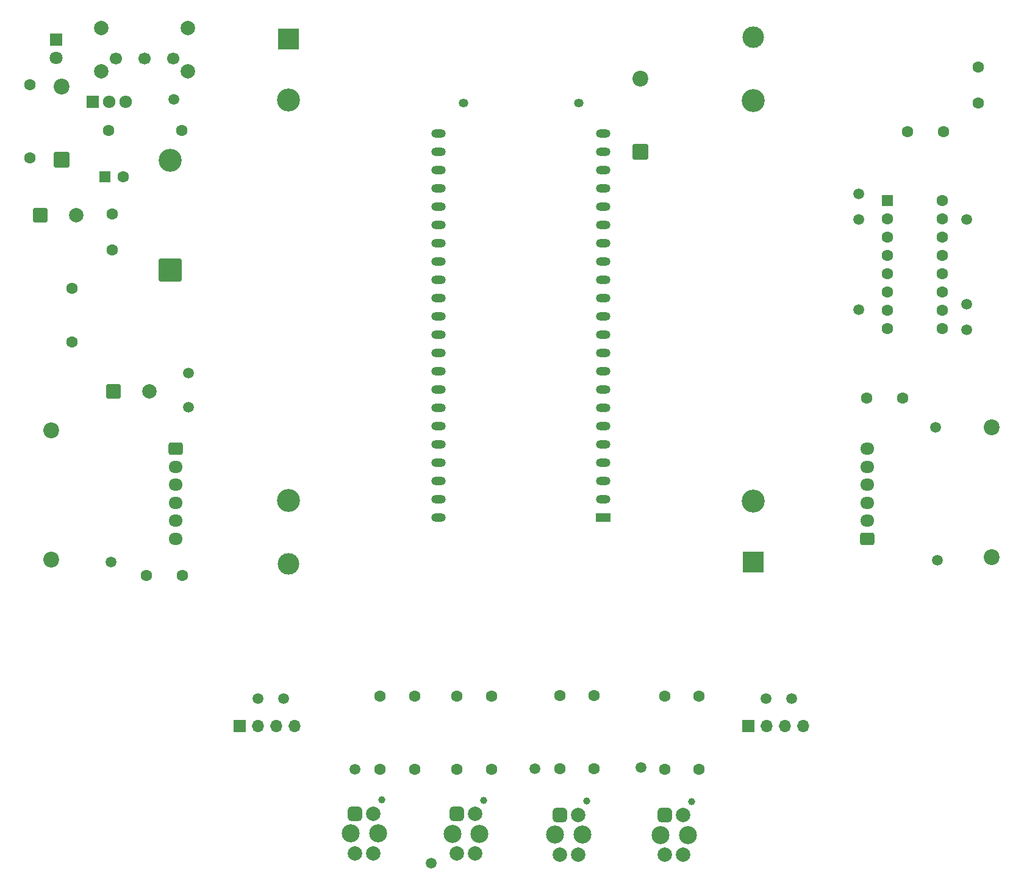
<source format=gbs>
%TF.GenerationSoftware,KiCad,Pcbnew,9.0.2-9.0.2-0~ubuntu24.04.1*%
%TF.CreationDate,2025-07-04T20:19:56-04:00*%
%TF.ProjectId,PCBbot,50434262-6f74-42e6-9b69-6361645f7063,rev?*%
%TF.SameCoordinates,Original*%
%TF.FileFunction,Soldermask,Bot*%
%TF.FilePolarity,Negative*%
%FSLAX46Y46*%
G04 Gerber Fmt 4.6, Leading zero omitted, Abs format (unit mm)*
G04 Created by KiCad (PCBNEW 9.0.2-9.0.2-0~ubuntu24.04.1) date 2025-07-04 20:19:56*
%MOMM*%
%LPD*%
G01*
G04 APERTURE LIST*
G04 Aperture macros list*
%AMRoundRect*
0 Rectangle with rounded corners*
0 $1 Rounding radius*
0 $2 $3 $4 $5 $6 $7 $8 $9 X,Y pos of 4 corners*
0 Add a 4 corners polygon primitive as box body*
4,1,4,$2,$3,$4,$5,$6,$7,$8,$9,$2,$3,0*
0 Add four circle primitives for the rounded corners*
1,1,$1+$1,$2,$3*
1,1,$1+$1,$4,$5*
1,1,$1+$1,$6,$7*
1,1,$1+$1,$8,$9*
0 Add four rect primitives between the rounded corners*
20,1,$1+$1,$2,$3,$4,$5,0*
20,1,$1+$1,$4,$5,$6,$7,0*
20,1,$1+$1,$6,$7,$8,$9,0*
20,1,$1+$1,$8,$9,$2,$3,0*%
G04 Aperture macros list end*
%ADD10C,1.600000*%
%ADD11RoundRect,0.250000X-0.750000X-0.750000X0.750000X-0.750000X0.750000X0.750000X-0.750000X0.750000X0*%
%ADD12C,2.000000*%
%ADD13RoundRect,0.249999X0.850001X-0.850001X0.850001X0.850001X-0.850001X0.850001X-0.850001X-0.850001X0*%
%ADD14C,2.200000*%
%ADD15R,1.717500X1.800000*%
%ADD16O,1.717500X1.800000*%
%ADD17C,1.500000*%
%ADD18R,1.700000X1.700000*%
%ADD19O,1.700000X1.700000*%
%ADD20C,1.700000*%
%ADD21RoundRect,0.250000X-0.550000X-0.550000X0.550000X-0.550000X0.550000X0.550000X-0.550000X0.550000X0*%
%ADD22C,3.200000*%
%ADD23R,3.000000X3.000000*%
%ADD24C,3.000000*%
%ADD25R,1.800000X1.800000*%
%ADD26C,1.800000*%
%ADD27RoundRect,0.250000X1.350000X-1.350000X1.350000X1.350000X-1.350000X1.350000X-1.350000X-1.350000X0*%
%ADD28RoundRect,0.250000X-0.725000X0.600000X-0.725000X-0.600000X0.725000X-0.600000X0.725000X0.600000X0*%
%ADD29O,1.950000X1.700000*%
%ADD30RoundRect,0.250000X0.725000X-0.600000X0.725000X0.600000X-0.725000X0.600000X-0.725000X-0.600000X0*%
%ADD31R,2.000000X1.200000*%
%ADD32O,2.000000X1.200000*%
%ADD33C,1.000000*%
%ADD34C,2.500000*%
%ADD35RoundRect,0.500000X-0.500000X0.500000X-0.500000X-0.500000X0.500000X-0.500000X0.500000X0.500000X0*%
%ADD36O,1.350000X1.200000*%
G04 APERTURE END LIST*
D10*
%TO.C,R1*%
X47720000Y-40800000D03*
X57880000Y-40800000D03*
%TD*%
D11*
%TO.C,C1*%
X38200000Y-52600000D03*
D12*
X43200000Y-52600000D03*
%TD*%
D13*
%TO.C,D3*%
X121500000Y-43800000D03*
D14*
X121500000Y-33640000D03*
%TD*%
D15*
%TO.C,Q1*%
X45510000Y-36800000D03*
D16*
X47800000Y-36800000D03*
X50090000Y-36800000D03*
%TD*%
D17*
%TO.C,TP11*%
X138950000Y-119750000D03*
%TD*%
D18*
%TO.C,U10*%
X65880000Y-123500000D03*
D19*
X68420000Y-123500000D03*
X70960000Y-123500000D03*
X73500000Y-123500000D03*
%TD*%
D17*
%TO.C,TP15*%
X151835000Y-49610000D03*
%TD*%
D13*
%TO.C,D4*%
X41200000Y-44880000D03*
D14*
X41200000Y-34720000D03*
%TD*%
D17*
%TO.C,TP1*%
X56750000Y-36500000D03*
%TD*%
D10*
%TO.C,R10*%
X124900000Y-119340000D03*
X124900000Y-129500000D03*
%TD*%
D12*
%TO.C,SW1*%
X58700000Y-32600000D03*
X58700000Y-26600000D03*
X46700000Y-32600000D03*
X46700000Y-26600000D03*
D20*
X56700000Y-30850000D03*
X52700000Y-30850000D03*
X48700000Y-30850000D03*
%TD*%
D21*
%TO.C,U7*%
X155780000Y-50520000D03*
D10*
X155780000Y-53060000D03*
X155780000Y-55600000D03*
X155780000Y-58140000D03*
X155780000Y-60680000D03*
X155780000Y-63220000D03*
X155780000Y-65760000D03*
X155780000Y-68300000D03*
X163400000Y-68300000D03*
X163400000Y-65760000D03*
X163400000Y-63220000D03*
X163400000Y-60680000D03*
X163400000Y-58140000D03*
X163400000Y-55600000D03*
X163400000Y-53060000D03*
X163400000Y-50520000D03*
%TD*%
%TO.C,C7*%
X52900000Y-102600000D03*
X57900000Y-102600000D03*
%TD*%
%TO.C,R7*%
X115100000Y-119290000D03*
X115100000Y-129450000D03*
%TD*%
D17*
%TO.C,TP18*%
X166835000Y-68460000D03*
%TD*%
D10*
%TO.C,C5*%
X168400000Y-32000000D03*
X168400000Y-37000000D03*
%TD*%
%TO.C,R4*%
X85400000Y-119340000D03*
X85400000Y-129500000D03*
%TD*%
D18*
%TO.C,U9*%
X136480000Y-123500000D03*
D19*
X139020000Y-123500000D03*
X141560000Y-123500000D03*
X144100000Y-123500000D03*
%TD*%
D17*
%TO.C,TP19*%
X166835000Y-64910000D03*
%TD*%
D10*
%TO.C,C3*%
X48200000Y-52400000D03*
X48200000Y-57400000D03*
%TD*%
D17*
%TO.C,TP7*%
X162500000Y-82000000D03*
%TD*%
D22*
%TO.C,BT2*%
X137200000Y-92300000D03*
X137200000Y-36690000D03*
D23*
X137200000Y-100745000D03*
D24*
X137200000Y-27845000D03*
%TD*%
D21*
%TO.C,C2*%
X47194888Y-47200000D03*
D10*
X49694888Y-47200000D03*
%TD*%
D11*
%TO.C,C10*%
X48382323Y-77000000D03*
D12*
X53382323Y-77000000D03*
%TD*%
D10*
%TO.C,L1*%
X42600000Y-62700000D03*
X42600000Y-70200000D03*
%TD*%
D17*
%TO.C,TP13*%
X68450000Y-119750000D03*
%TD*%
D25*
%TO.C,D1*%
X40400000Y-28160000D03*
D26*
X40400000Y-30700000D03*
%TD*%
D17*
%TO.C,TP6*%
X121600000Y-129300000D03*
%TD*%
D10*
%TO.C,R2*%
X36800000Y-44600000D03*
X36800000Y-34440000D03*
%TD*%
%TO.C,R5*%
X100850000Y-119340000D03*
X100850000Y-129500000D03*
%TD*%
D17*
%TO.C,TP20*%
X166835000Y-53160000D03*
%TD*%
%TO.C,TP17*%
X151835000Y-65660000D03*
%TD*%
%TO.C,TP12*%
X142500000Y-119750000D03*
%TD*%
D10*
%TO.C,R6*%
X96050000Y-119340000D03*
X96050000Y-129500000D03*
%TD*%
%TO.C,C6*%
X152900000Y-78000000D03*
X157900000Y-78000000D03*
%TD*%
D17*
%TO.C,TP4*%
X92450000Y-142600000D03*
%TD*%
%TO.C,TP3*%
X81900000Y-129500000D03*
%TD*%
%TO.C,TP2*%
X58750000Y-74500000D03*
%TD*%
%TO.C,TP14*%
X72000000Y-119750000D03*
%TD*%
%TO.C,TP10*%
X58750000Y-79250000D03*
%TD*%
D27*
%TO.C,D2*%
X56200000Y-60220000D03*
D22*
X56200000Y-44980000D03*
%TD*%
D14*
%TO.C,J2*%
X39700000Y-100430000D03*
X39700000Y-82430000D03*
D28*
X56990000Y-85000000D03*
D29*
X56990000Y-87500000D03*
X56990000Y-90000000D03*
X56990000Y-92500000D03*
X56990000Y-95000000D03*
X56990000Y-97500000D03*
%TD*%
D10*
%TO.C,C4*%
X158600000Y-41000000D03*
X163600000Y-41000000D03*
%TD*%
D14*
%TO.C,J3*%
X170290000Y-82070000D03*
X170290000Y-100070000D03*
D30*
X153000000Y-97500000D03*
D29*
X153000000Y-95000000D03*
X153000000Y-92500000D03*
X153000000Y-90000000D03*
X153000000Y-87500000D03*
X153000000Y-85000000D03*
%TD*%
D17*
%TO.C,TP16*%
X151835000Y-53160000D03*
%TD*%
D22*
%TO.C,BT1*%
X72700000Y-36545000D03*
X72700000Y-92155000D03*
D23*
X72700000Y-28100000D03*
D24*
X72700000Y-101000000D03*
%TD*%
D10*
%TO.C,R3*%
X90150000Y-119340000D03*
X90150000Y-129500000D03*
%TD*%
%TO.C,R8*%
X110350000Y-119290000D03*
X110350000Y-129450000D03*
%TD*%
D17*
%TO.C,TP9*%
X48000000Y-100750000D03*
%TD*%
%TO.C,TP5*%
X106850000Y-129450000D03*
%TD*%
%TO.C,TP8*%
X162750000Y-100500000D03*
%TD*%
D10*
%TO.C,R9*%
X129650000Y-119340000D03*
X129650000Y-129500000D03*
%TD*%
D31*
%TO.C,U8*%
X116360000Y-94557280D03*
D32*
X116360000Y-92017280D03*
X116360000Y-89477280D03*
X116360000Y-86937280D03*
X116360000Y-84397280D03*
X116360000Y-81857280D03*
X116360000Y-79317280D03*
X116360000Y-76777280D03*
X116360000Y-74237280D03*
X116360000Y-71697280D03*
X116360000Y-69157280D03*
X116360000Y-66617280D03*
X116360000Y-64077280D03*
X116360000Y-61537280D03*
X116360000Y-58997280D03*
X116360000Y-56457280D03*
X116360000Y-53917280D03*
X116360000Y-51377280D03*
X116360000Y-48837280D03*
X116363680Y-46300000D03*
X116363680Y-43760000D03*
X116363680Y-41220000D03*
X93500000Y-41217280D03*
X93500000Y-43757280D03*
X93500000Y-46297280D03*
X93500000Y-48837280D03*
X93500000Y-51377280D03*
X93500000Y-53917280D03*
X93500000Y-56457280D03*
X93500000Y-58997280D03*
X93500000Y-61537280D03*
X93500000Y-64077280D03*
X93500000Y-66617280D03*
X93500000Y-69157280D03*
X93500000Y-71697280D03*
X93500000Y-74237280D03*
X93500000Y-76777280D03*
X93500000Y-79317280D03*
X93500000Y-81857280D03*
X93500000Y-84397280D03*
X93500000Y-86937280D03*
X93500000Y-89477280D03*
X93500000Y-92017280D03*
X93500000Y-94557280D03*
%TD*%
D33*
%TO.C,U4*%
X99750000Y-133850000D03*
D34*
X99200000Y-138500000D03*
X95400000Y-138500000D03*
D35*
X96030000Y-135750000D03*
D12*
X98570000Y-135750000D03*
X98570000Y-141250000D03*
X96030000Y-141250000D03*
%TD*%
D33*
%TO.C,U6*%
X128650000Y-134000000D03*
D34*
X128100000Y-138650000D03*
X124300000Y-138650000D03*
D35*
X124930000Y-135900000D03*
D12*
X127470000Y-135900000D03*
X127470000Y-141400000D03*
X124930000Y-141400000D03*
%TD*%
D33*
%TO.C,U3*%
X85650000Y-133800000D03*
D34*
X85100000Y-138450000D03*
X81300000Y-138450000D03*
D35*
X81930000Y-135700000D03*
D12*
X84470000Y-135700000D03*
X84470000Y-141200000D03*
X81930000Y-141200000D03*
%TD*%
D36*
%TO.C,J4*%
X113000000Y-37000000D03*
X97000000Y-37000000D03*
%TD*%
D33*
%TO.C,U5*%
X114050000Y-133950000D03*
D34*
X113500000Y-138600000D03*
X109700000Y-138600000D03*
D35*
X110330000Y-135850000D03*
D12*
X112870000Y-135850000D03*
X112870000Y-141350000D03*
X110330000Y-141350000D03*
%TD*%
M02*

</source>
